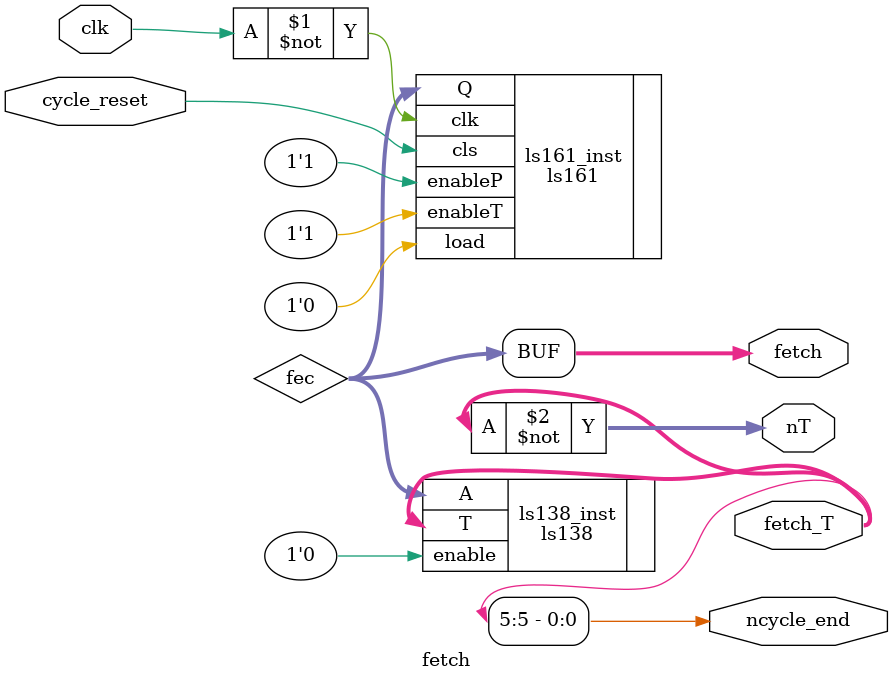
<source format=v>
module fetch(
	input clk, cycle_reset,
	output ncycle_end,
	output [2:0]fetch,
	output [5:0]fetch_T, nT
);
wire [2:0]fec;

ls161 ls161_inst(
	.clk(~clk),
	.cls(cycle_reset),
	.enableP(1'b1),
	.enableT(1'b1),
	.load(1'b0),
	.Q(fec)
);

assign fetch = fec;

ls138 ls138_inst(
	.enable(1'b0),
	.A(fec),
	.T(fetch_T)
);

assign ncycle_end = fetch_T[5];
assign nT = ~fetch_T;

endmodule 
</source>
